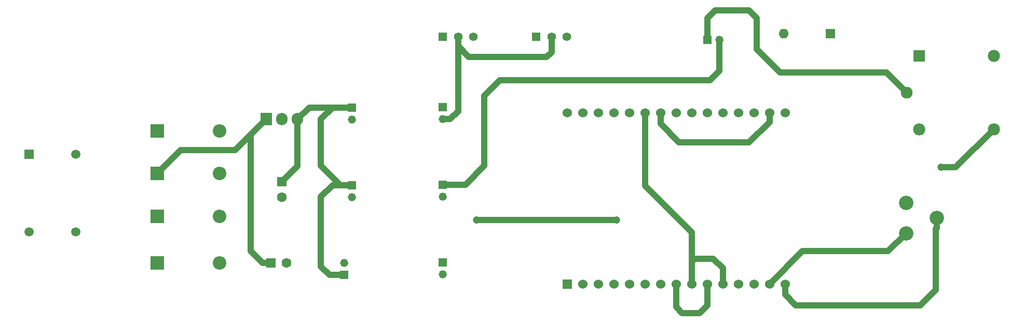
<source format=gbr>
%TF.GenerationSoftware,KiCad,Pcbnew,(6.0.10)*%
%TF.CreationDate,2023-01-19T14:06:35+05:30*%
%TF.ProjectId,KiCad PCB 11 - EE356 PCB 9 (2023-01-19),4b694361-6420-4504-9342-203131202d20,rev?*%
%TF.SameCoordinates,Original*%
%TF.FileFunction,Copper,L2,Bot*%
%TF.FilePolarity,Positive*%
%FSLAX46Y46*%
G04 Gerber Fmt 4.6, Leading zero omitted, Abs format (unit mm)*
G04 Created by KiCad (PCBNEW (6.0.10)) date 2023-01-19 14:06:35*
%MOMM*%
%LPD*%
G01*
G04 APERTURE LIST*
%TA.AperFunction,ComponentPad*%
%ADD10R,1.320800X1.320800*%
%TD*%
%TA.AperFunction,ComponentPad*%
%ADD11C,1.320800*%
%TD*%
%TA.AperFunction,ComponentPad*%
%ADD12R,2.200000X2.200000*%
%TD*%
%TA.AperFunction,ComponentPad*%
%ADD13O,2.200000X2.200000*%
%TD*%
%TA.AperFunction,ComponentPad*%
%ADD14R,1.905000X2.000000*%
%TD*%
%TA.AperFunction,ComponentPad*%
%ADD15O,1.905000X2.000000*%
%TD*%
%TA.AperFunction,ComponentPad*%
%ADD16R,1.600000X1.600000*%
%TD*%
%TA.AperFunction,ComponentPad*%
%ADD17O,1.600000X1.600000*%
%TD*%
%TA.AperFunction,ComponentPad*%
%ADD18R,1.408000X1.408000*%
%TD*%
%TA.AperFunction,ComponentPad*%
%ADD19C,1.408000*%
%TD*%
%TA.AperFunction,ComponentPad*%
%ADD20C,2.340000*%
%TD*%
%TA.AperFunction,ComponentPad*%
%ADD21R,1.980000X1.980000*%
%TD*%
%TA.AperFunction,ComponentPad*%
%ADD22C,1.980000*%
%TD*%
%TA.AperFunction,ComponentPad*%
%ADD23C,1.935000*%
%TD*%
%TA.AperFunction,ComponentPad*%
%ADD24C,1.530000*%
%TD*%
%TA.AperFunction,ComponentPad*%
%ADD25R,1.530000X1.530000*%
%TD*%
%TA.AperFunction,ComponentPad*%
%ADD26R,1.520000X1.520000*%
%TD*%
%TA.AperFunction,ComponentPad*%
%ADD27C,1.520000*%
%TD*%
%TA.AperFunction,ComponentPad*%
%ADD28C,1.600000*%
%TD*%
%TA.AperFunction,ViaPad*%
%ADD29C,1.200000*%
%TD*%
%TA.AperFunction,Conductor*%
%ADD30C,1.000000*%
%TD*%
G04 APERTURE END LIST*
D10*
%TO.P,water_pump1,1*%
%TO.N,Net-(K1-PadCOM)*%
X207796000Y-40402000D03*
D11*
%TO.P,water_pump1,2*%
%TO.N,Net-(Pump_pin1-Pad1)*%
X209796000Y-40402000D03*
%TD*%
D10*
%TO.P,Pump_pin1,1*%
%TO.N,Net-(Pump_pin1-Pad1)*%
X164600000Y-64040000D03*
D11*
%TO.P,Pump_pin1,2*%
%TO.N,Net-(K1-PadNO)*%
X164600000Y-66040000D03*
%TD*%
D10*
%TO.P,P1,1*%
%TO.N,Net-(C2-Pad1)*%
X148590000Y-78835000D03*
D11*
%TO.P,P1,2*%
%TO.N,Net-(C1-Pad2)*%
X148590000Y-76835000D03*
%TD*%
D10*
%TO.P,Node_pin1,1*%
%TO.N,/GND*%
X164600000Y-76740000D03*
D11*
%TO.P,Node_pin1,2*%
%TO.N,Net-(Node_pin1-Pad2)*%
X164600000Y-78740000D03*
%TD*%
D12*
%TO.P,D2,1,K*%
%TO.N,Net-(C1-Pad1)*%
X118110000Y-69215000D03*
D13*
%TO.P,D2,2,A*%
%TO.N,Net-(D1-Pad1)*%
X128270000Y-69215000D03*
%TD*%
D10*
%TO.P,P2,1*%
%TO.N,Net-(C2-Pad1)*%
X149860000Y-51435000D03*
D11*
%TO.P,P2,2*%
%TO.N,Net-(C1-Pad2)*%
X149860000Y-53435000D03*
%TD*%
D10*
%TO.P,sensor_pin1,1*%
%TO.N,Net-(Sensor1-Pad1)*%
X164600000Y-51340000D03*
D11*
%TO.P,sensor_pin1,2*%
%TO.N,Net-(Sensor1-Pad2)*%
X164600000Y-53340000D03*
%TD*%
D14*
%TO.P,U1R1,1,IN*%
%TO.N,Net-(C1-Pad1)*%
X135890000Y-53340000D03*
D15*
%TO.P,U1R1,2,GND*%
%TO.N,Net-(C1-Pad2)*%
X138430000Y-53340000D03*
%TO.P,U1R1,3,OUT*%
%TO.N,Net-(C2-Pad1)*%
X140970000Y-53340000D03*
%TD*%
D16*
%TO.P,protection_diode1,1,K*%
%TO.N,/D1*%
X227846000Y-39386000D03*
D17*
%TO.P,protection_diode1,2,A*%
%TO.N,/GND*%
X220226000Y-39386000D03*
%TD*%
D12*
%TO.P,D1,1,K*%
%TO.N,Net-(D1-Pad1)*%
X118110000Y-76835000D03*
D13*
%TO.P,D1,2,A*%
%TO.N,Net-(C1-Pad2)*%
X128270000Y-76835000D03*
%TD*%
D18*
%TO.P,Sensor1,1*%
%TO.N,Net-(Sensor1-Pad1)*%
X179880000Y-39894000D03*
D19*
%TO.P,Sensor1,2*%
%TO.N,Net-(Sensor1-Pad2)*%
X182380000Y-39894000D03*
%TO.P,Sensor1,3*%
%TO.N,/D0*%
X184880000Y-39894000D03*
%TD*%
D12*
%TO.P,D3,1,K*%
%TO.N,Net-(D3-Pad1)*%
X118110000Y-55245000D03*
D13*
%TO.P,D3,2,A*%
%TO.N,Net-(C1-Pad2)*%
X128270000Y-55245000D03*
%TD*%
D20*
%TO.P,pot1,1,1*%
%TO.N,Net-(Node_pin1-Pad2)*%
X240205000Y-67010000D03*
%TO.P,pot1,2,2*%
%TO.N,/Vin*%
X245205000Y-69510000D03*
%TO.P,pot1,3,3*%
%TO.N,/GND*%
X240205000Y-72010000D03*
%TD*%
D21*
%TO.P,K1,A1*%
%TO.N,/D1*%
X242320000Y-43038000D03*
D22*
%TO.P,K1,A2*%
%TO.N,/GND*%
X242320000Y-55038000D03*
D23*
%TO.P,K1,COM*%
%TO.N,Net-(K1-PadCOM)*%
X240320000Y-49038000D03*
D22*
%TO.P,K1,NC*%
%TO.N,unconnected-(K1-PadNC)*%
X254520000Y-43038000D03*
%TO.P,K1,NO*%
%TO.N,Net-(K1-PadNO)*%
X254520000Y-55038000D03*
%TD*%
D18*
%TO.P,Sensor2,1*%
%TO.N,Net-(Sensor1-Pad1)*%
X164640000Y-39894000D03*
D19*
%TO.P,Sensor2,2*%
%TO.N,Net-(Sensor1-Pad2)*%
X167140000Y-39894000D03*
%TO.P,Sensor2,3*%
%TO.N,/A0*%
X169640000Y-39894000D03*
%TD*%
D10*
%TO.P,P3,1*%
%TO.N,Net-(C2-Pad1)*%
X149860000Y-64135000D03*
D11*
%TO.P,P3,2*%
%TO.N,Net-(C1-Pad2)*%
X149860000Y-66135000D03*
%TD*%
D24*
%TO.P,U1,30,D0*%
%TO.N,/D0*%
X184920000Y-52310000D03*
%TO.P,U1,29,D1*%
%TO.N,/D1*%
X187460000Y-52310000D03*
%TO.P,U1,28,D2*%
%TO.N,unconnected-(U1-Pad28)*%
X190000000Y-52310000D03*
%TO.P,U1,27,D3*%
%TO.N,unconnected-(U1-Pad27)*%
X192540000Y-52310000D03*
%TO.P,U1,26,D4*%
%TO.N,unconnected-(U1-Pad26)*%
X195080000Y-52310000D03*
%TO.P,U1,25,3V3*%
%TO.N,Net-(U1-Pad11)*%
X197620000Y-52310000D03*
%TO.P,U1,24,GND*%
%TO.N,/GND*%
X200160000Y-52310000D03*
%TO.P,U1,23,D5*%
%TO.N,unconnected-(U1-Pad23)*%
X202700000Y-52310000D03*
%TO.P,U1,22,D6*%
%TO.N,unconnected-(U1-Pad22)*%
X205240000Y-52310000D03*
%TO.P,U1,21,D7*%
%TO.N,unconnected-(U1-Pad21)*%
X207780000Y-52310000D03*
%TO.P,U1,20,D8*%
%TO.N,unconnected-(U1-Pad20)*%
X210320000Y-52310000D03*
%TO.P,U1,19,D9*%
%TO.N,unconnected-(U1-Pad19)*%
X212860000Y-52310000D03*
%TO.P,U1,18,D10*%
%TO.N,unconnected-(U1-Pad18)*%
X215400000Y-52310000D03*
%TO.P,U1,17,GND*%
%TO.N,/GND*%
X217940000Y-52310000D03*
%TO.P,U1,16,3V3*%
%TO.N,Net-(U1-Pad11)*%
X220480000Y-52310000D03*
%TO.P,U1,15,5V*%
%TO.N,/Vin*%
X220480000Y-80310000D03*
%TO.P,U1,14,GND*%
%TO.N,/GND*%
X217940000Y-80310000D03*
%TO.P,U1,13,RST*%
%TO.N,unconnected-(U1-Pad13)*%
X215400000Y-80310000D03*
%TO.P,U1,12,EN*%
%TO.N,unconnected-(U1-Pad12)*%
X212860000Y-80310000D03*
%TO.P,U1,11,3V3*%
%TO.N,Net-(U1-Pad11)*%
X210320000Y-80310000D03*
%TO.P,U1,10,GND*%
%TO.N,/GND*%
X207780000Y-80310000D03*
%TO.P,U1,9,3V3*%
%TO.N,Net-(U1-Pad11)*%
X205240000Y-80310000D03*
%TO.P,U1,8,GND*%
%TO.N,/GND*%
X202700000Y-80310000D03*
%TO.P,U1,7,RSV*%
%TO.N,unconnected-(U1-Pad7)*%
X200160000Y-80310000D03*
%TO.P,U1,6,RSV*%
%TO.N,unconnected-(U1-Pad6)*%
X197620000Y-80310000D03*
%TO.P,U1,5,RSV*%
%TO.N,unconnected-(U1-Pad5)*%
X195080000Y-80310000D03*
%TO.P,U1,4,RSV*%
%TO.N,unconnected-(U1-Pad4)*%
X192540000Y-80310000D03*
%TO.P,U1,3,RSV*%
%TO.N,unconnected-(U1-Pad3)*%
X190000000Y-80310000D03*
%TO.P,U1,2,RSV*%
%TO.N,unconnected-(U1-Pad2)*%
X187460000Y-80310000D03*
D25*
%TO.P,U1,1,A0*%
%TO.N,/A0*%
X184920000Y-80310000D03*
%TD*%
D12*
%TO.P,D4,1,K*%
%TO.N,Net-(C1-Pad1)*%
X118110000Y-62230000D03*
D13*
%TO.P,D4,2,A*%
%TO.N,Net-(D3-Pad1)*%
X128270000Y-62230000D03*
%TD*%
D26*
%TO.P,T1,1,AA*%
%TO.N,unconnected-(T1-Pad1)*%
X97155000Y-59055000D03*
D27*
%TO.P,T1,3,SA*%
%TO.N,Net-(D3-Pad1)*%
X104775000Y-59055000D03*
%TO.P,T1,4,SB*%
%TO.N,Net-(D1-Pad1)*%
X104775000Y-71755000D03*
%TO.P,T1,6*%
%TO.N,N/C*%
X97155000Y-71755000D03*
%TD*%
D16*
%TO.P,C1,1*%
%TO.N,Net-(C1-Pad1)*%
X136633606Y-76835000D03*
D28*
%TO.P,C1,2*%
%TO.N,Net-(C1-Pad2)*%
X139133606Y-76835000D03*
%TD*%
D16*
%TO.P,C2,1*%
%TO.N,Net-(C2-Pad1)*%
X138430000Y-63593848D03*
D28*
%TO.P,C2,2*%
%TO.N,Net-(C1-Pad2)*%
X138430000Y-66093848D03*
%TD*%
D29*
%TO.N,Net-(K1-PadNO)*%
X170180000Y-69850000D03*
X193040000Y-69850000D03*
X245880000Y-61230000D03*
%TD*%
D30*
%TO.N,Net-(Pump_pin1-Pad1)*%
X208280000Y-46990000D02*
X209796000Y-45474000D01*
X173990000Y-46990000D02*
X208280000Y-46990000D01*
X168370000Y-64040000D02*
X171450000Y-60960000D01*
X164600000Y-64040000D02*
X168370000Y-64040000D01*
X171450000Y-49530000D02*
X173990000Y-46990000D01*
X209796000Y-45474000D02*
X209796000Y-40402000D01*
X171450000Y-60960000D02*
X171450000Y-49530000D01*
%TO.N,Net-(K1-PadCOM)*%
X207796000Y-36830000D02*
X207796000Y-40402000D01*
X209066000Y-35560000D02*
X207796000Y-36830000D01*
X237002000Y-45720000D02*
X219710000Y-45720000D01*
X215900000Y-36830000D02*
X214630000Y-35560000D01*
X219710000Y-45720000D02*
X215900000Y-41910000D01*
X215900000Y-41910000D02*
X215900000Y-36830000D01*
X240320000Y-49038000D02*
X237002000Y-45720000D01*
X214630000Y-35560000D02*
X209066000Y-35560000D01*
%TO.N,Net-(K1-PadNO)*%
X248328000Y-61230000D02*
X254520000Y-55038000D01*
X245880000Y-61230000D02*
X248328000Y-61230000D01*
X170180000Y-69850000D02*
X193040000Y-69850000D01*
%TO.N,/GND*%
X217940000Y-80310000D02*
X223320000Y-74930000D01*
X203700000Y-85090000D02*
X202700000Y-84090000D01*
X214630000Y-57150000D02*
X203200000Y-57150000D01*
X206510000Y-85090000D02*
X203700000Y-85090000D01*
X200160000Y-54110000D02*
X200160000Y-52310000D01*
X237285000Y-74930000D02*
X240205000Y-72010000D01*
X217940000Y-53840000D02*
X214630000Y-57150000D01*
X207780000Y-80310000D02*
X207780000Y-83820000D01*
X223320000Y-74930000D02*
X237285000Y-74930000D01*
X202700000Y-84090000D02*
X202700000Y-80310000D01*
X207780000Y-83820000D02*
X206510000Y-85090000D01*
X203200000Y-57150000D02*
X200160000Y-54110000D01*
X217940000Y-52310000D02*
X217940000Y-53840000D01*
%TO.N,/Vin*%
X222250000Y-83820000D02*
X220480000Y-82050000D01*
X245205000Y-69510000D02*
X245205000Y-71164629D01*
X245205000Y-71164629D02*
X245110000Y-71259629D01*
X242570000Y-83820000D02*
X222250000Y-83820000D01*
X220480000Y-82050000D02*
X220480000Y-80310000D01*
X245110000Y-81280000D02*
X242570000Y-83820000D01*
X245110000Y-71259629D02*
X245110000Y-81280000D01*
%TO.N,Net-(U1-Pad11)*%
X197620000Y-64270000D02*
X205240000Y-71890000D01*
X205240000Y-76700000D02*
X205240000Y-80310000D01*
X210320000Y-77740000D02*
X208780000Y-76200000D01*
X197620000Y-52310000D02*
X197620000Y-64270000D01*
X210320000Y-80310000D02*
X210320000Y-77740000D01*
X205240000Y-71890000D02*
X205240000Y-80310000D01*
X208780000Y-76200000D02*
X205740000Y-76200000D01*
X205740000Y-76200000D02*
X205240000Y-76700000D01*
%TO.N,Net-(C1-Pad1)*%
X135255000Y-76835000D02*
X136633606Y-76835000D01*
X133350000Y-74930000D02*
X135255000Y-76835000D01*
X130810000Y-58420000D02*
X135890000Y-53340000D01*
X118110000Y-62230000D02*
X121920000Y-58420000D01*
X135890000Y-53340000D02*
X133350000Y-55880000D01*
X121920000Y-58420000D02*
X130810000Y-58420000D01*
X133350000Y-55880000D02*
X133350000Y-74930000D01*
%TO.N,Net-(C2-Pad1)*%
X149860000Y-51435000D02*
X142875000Y-51435000D01*
X140970000Y-61053848D02*
X138430000Y-63593848D01*
X146145000Y-78835000D02*
X144780000Y-77470000D01*
X146685000Y-51435000D02*
X149860000Y-51435000D01*
X144780000Y-66040000D02*
X146685000Y-64135000D01*
X144780000Y-60960000D02*
X144780000Y-53340000D01*
X144780000Y-77470000D02*
X144780000Y-66040000D01*
X149860000Y-64135000D02*
X147955000Y-64135000D01*
X142875000Y-51435000D02*
X140970000Y-53340000D01*
X144780000Y-53340000D02*
X146685000Y-51435000D01*
X148590000Y-78835000D02*
X146145000Y-78835000D01*
X147955000Y-64135000D02*
X144780000Y-60960000D01*
X140970000Y-53340000D02*
X140970000Y-61053848D01*
X146685000Y-64135000D02*
X149860000Y-64135000D01*
%TO.N,Net-(Sensor1-Pad2)*%
X167140000Y-41410000D02*
X167140000Y-39894000D01*
X168910000Y-43180000D02*
X167140000Y-41410000D01*
X167140000Y-52020800D02*
X165820800Y-53340000D01*
X167140000Y-39894000D02*
X167140000Y-52020800D01*
X182380000Y-42410000D02*
X181610000Y-43180000D01*
X165820800Y-53340000D02*
X164600000Y-53340000D01*
X182380000Y-39894000D02*
X182380000Y-42410000D01*
X181610000Y-43180000D02*
X168910000Y-43180000D01*
%TD*%
M02*

</source>
